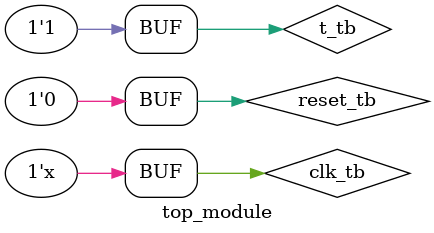
<source format=v>
module top_module ();
    
    reg clk_tb;
    reg reset_tb;
    reg t_tb;
    reg q_tb;

    initial begin
        clk_tb = 1'b0;
        reset_tb = 1'b0;
        t_tb = 1'b0;
    end

    always begin
        #5 clk_tb = ~clk_tb;
    end

    initial begin
        #10 t_tb = 1'b1;
        #10 reset_tb = 1'b1;
        #15 reset_tb = 1'b0;
    end


    tff tff_u1(
        .clk(clk_tb),
        .reset(reset_tb),
        .t(t_tb),
        .q(q_tb)
    );

endmodule
</source>
